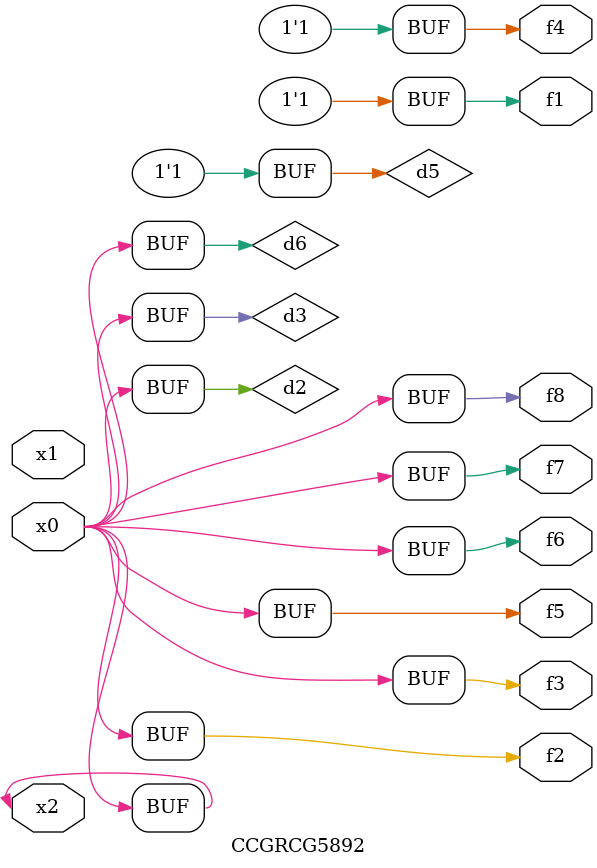
<source format=v>
module CCGRCG5892(
	input x0, x1, x2,
	output f1, f2, f3, f4, f5, f6, f7, f8
);

	wire d1, d2, d3, d4, d5, d6;

	xnor (d1, x2);
	buf (d2, x0, x2);
	and (d3, x0);
	xnor (d4, x1, x2);
	nand (d5, d1, d3);
	buf (d6, d2, d3);
	assign f1 = d5;
	assign f2 = d6;
	assign f3 = d6;
	assign f4 = d5;
	assign f5 = d6;
	assign f6 = d6;
	assign f7 = d6;
	assign f8 = d6;
endmodule

</source>
